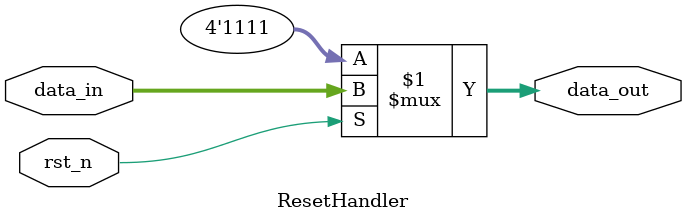
<source format=sv>
module AsyncResetOR(
    input         clk,        // 添加时钟信号用于流水线寄存器
    input         rst_n,
    input  [3:0]  d1, d2,
    output [3:0]  q
);
    // 定义流水线寄存器信号
    reg  [3:0] d1_reg, d2_reg;      // 输入寄存器级
    wire [3:0] or_stage1;           // 组合逻辑结果
    reg  [3:0] or_result_reg;       // 逻辑操作结果寄存器
    wire [3:0] reset_data;          // 复位处理后数据
    
    // 阶段1: 输入寄存器层 - 捕获输入并同步
    always @(posedge clk or negedge rst_n) begin
        if (!rst_n) begin
            d1_reg <= 4'b0000;
            d2_reg <= 4'b0000;
        end else begin
            d1_reg <= d1;
            d2_reg <= d2;
        end
    end
    
    // 阶段2: 逻辑运算层 - 实现OR逻辑，并添加流水线寄存器
    // 组合逻辑计算OR结果
    LogicOperation #(
        .WIDTH(4)
    ) logic_op_inst (
        .a(d1_reg),
        .b(d2_reg),
        .result(or_stage1)
    );
    
    // 逻辑结果寄存器级
    always @(posedge clk or negedge rst_n) begin
        if (!rst_n) begin
            or_result_reg <= 4'b0000;
        end else begin
            or_result_reg <= or_stage1;
        end
    end
    
    // 阶段3: 复位处理层 - 处理异步复位
    ResetHandler #(
        .WIDTH(4),
        .RESET_VALUE(4'b1111)
    ) reset_handler_inst (
        .rst_n(rst_n),
        .data_in(or_result_reg),
        .data_out(reset_data)
    );
    
    // 输出赋值 - 可根据需要再增加一级输出寄存器
    assign q = reset_data;
endmodule

module LogicOperation #(
    parameter WIDTH = 4
)(
    input  [WIDTH-1:0] a,
    input  [WIDTH-1:0] b,
    output [WIDTH-1:0] result
);
    // 分割组合逻辑深度，提高性能
    wire [WIDTH-1:0] partial_result;
    
    // 第一部分OR操作 - 可以添加更多的逻辑分割
    assign partial_result = a | b;
    
    // 最终OR结果
    assign result = partial_result;
endmodule

module ResetHandler #(
    parameter WIDTH = 4,
    parameter RESET_VALUE = {WIDTH{1'b1}}
)(
    input           rst_n,
    input  [WIDTH-1:0] data_in,
    output [WIDTH-1:0] data_out
);
    // 复位处理逻辑，保持原有功能
    assign data_out = rst_n ? data_in : RESET_VALUE;
endmodule
</source>
